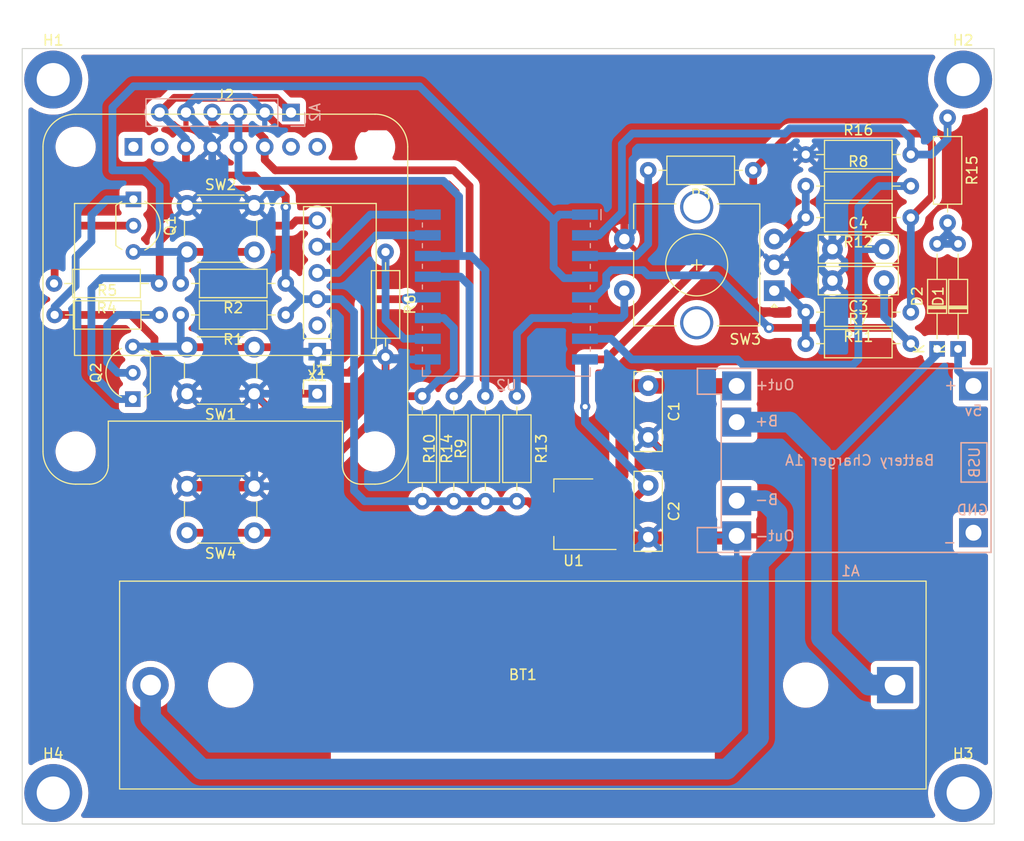
<source format=kicad_pcb>
(kicad_pcb (version 20211014) (generator pcbnew)
  (layers (0 "F.Cu" signal) (31 "B.Cu" signal) (34 "B.Paste" user) (35 "F.Paste" user) (36 "B.SilkS" user "B.Silkscreen") (37 "F.SilkS" user "F.Silkscreen") (38 "B.Mask" user) (39 "F.Mask" user) (44 "Edge.Cuts" user))
  (net 0 "")
  (net 1 "GND")
  (net 2 "Net-(A1-Pad5)")
  (net 3 "Net-(A1-Pad3)")
  (net 5 "Net-(A1-Pad1)")
  (net 6 "VCC")
  (net 7 "Net-(A2-Pad3)")
  (net 8 "Net-(A2-Pad4)")
  (net 9 "Net-(C3-Pad1)")
  (net 10 "Net-(C4-Pad2)")
  (net 11 "Net-(D1-Pad2)")
  (net 12 "Net-(J1-Pad1)")
  (net 13 "Net-(Q1-Pad2)")
  (net 14 "Net-(Q1-Pad3)")
  (net 15 "Net-(Q2-Pad2)")
  (net 16 "Net-(Q2-Pad3)")
  (net 17 "Net-(Q2-Pad1)")
  (net 18 "Net-(R3-Pad2)")
  (net 19 "Net-(R6-Pad1)")
  (net 20 "Net-(R11-Pad2)")
  (net 21 "Net-(R12-Pad2)")
  (net 22 "Net-(R13-Pad1)")
  (net 23 "Net-(R14-Pad1)")
  (net 24 "Net-(R15-Pad1)")
  (net 25 "Net-(U2-Pad16)")
  (net 26 "Net-(U2-Pad15)")
  (net 28 "Net-(A1-Pad6)")
  (footprint "Resistor_THT:R_Axial_DIN0207_L6.3mm_D2.5mm_P10.16mm_Horizontal" (layer "F.Cu") (at 185.42 95.504)
    (fp_text reference "R8" (at 5.08 -2.37) (layer "F.SilkS"))
    (fp_text value "22k")
    (pad "1" thru_hole circle locked (at 0 0) (size 1.6 1.6) (drill 0.8) (layers *.Cu *.Mask) (net 21 "Net-(R12-Pad2)"))
    (pad "2" thru_hole oval locked (at 10.16 0) (size 1.6 1.6) (drill 0.8) (layers *.Cu *.Mask) (net 10 "Net-(C4-Pad2)"))
  )
  (footprint "Package_TO_SOT_SMD:SOT-223-3_TabPin2" (layer "F.Cu") (at 162.966 127.24 180)
    (fp_text reference "U1" (at 0 -4.5) (layer "F.SilkS"))
    (fp_text value "AMS1117-3.3")
    (pad "1" smd rect locked (at -3.15 -2.3 180) (size 2 1.5) (layers "F.Cu" "F.Paste" "F.Mask") (net 1 "GND"))
    (pad "2" smd rect locked (at -3.15 0 180) (size 2 1.5) (layers "F.Cu" "F.Paste" "F.Mask") (net 6 "VCC"))
    (pad "2" smd rect locked (at 3.15 0 180) (size 2 3.8) (layers "F.Cu" "F.Paste" "F.Mask") (net 6 "VCC"))
    (pad "3" smd rect locked (at -3.15 2.3 180) (size 2 1.5) (layers "F.Cu" "F.Paste" "F.Mask") (net 3 "Net-(A1-Pad3)"))
  )
  (footprint "Capacitor_THT:C_Disc_D7.5mm_W2.5mm_P5.00mm" (layer "F.Cu") (at 170.18 114.808 -90)
    (fp_text reference "C1" (at 2.5 -2.5 90) (layer "F.SilkS"))
    (fp_text value "100n")
    (pad "1" thru_hole circle locked (at 0 0 270) (size 2 2) (drill 1) (layers *.Cu *.Mask) (net 3 "Net-(A1-Pad3)"))
    (pad "2" thru_hole circle locked (at 5 0 270) (size 2 2) (drill 1) (layers *.Cu *.Mask) (net 1 "GND"))
  )
  (footprint "Resistor_THT:R_Axial_DIN0207_L6.3mm_D2.5mm_P10.16mm_Horizontal" (layer "F.Cu") (at 157.48 115.824 -90)
    (fp_text reference "R13" (at 5.08 -2.37 90) (layer "F.SilkS"))
    (fp_text value "10k")
    (pad "1" thru_hole circle locked (at 0 0 270) (size 1.6 1.6) (drill 0.8) (layers *.Cu *.Mask) (net 22 "Net-(R13-Pad1)"))
    (pad "2" thru_hole oval locked (at 10.16 0 270) (size 1.6 1.6) (drill 0.8) (layers *.Cu *.Mask) (net 6 "VCC"))
  )
  (footprint "Resistor_THT:R_Axial_DIN0207_L6.3mm_D2.5mm_P10.16mm_Horizontal" (layer "F.Cu") (at 151.384 125.984 90)
    (fp_text reference "R10" (at 5.08 -2.37 90) (layer "F.SilkS"))
    (fp_text value "10k")
    (pad "1" thru_hole circle locked (at 0 0 90) (size 1.6 1.6) (drill 0.8) (layers *.Cu *.Mask) (net 6 "VCC"))
    (pad "2" thru_hole oval locked (at 10.16 0 90) (size 1.6 1.6) (drill 0.8) (layers *.Cu *.Mask) (net 8 "Net-(A2-Pad4)"))
  )
  (footprint "Package_TO_SOT_THT:TO-92L_Inline_Wide" (layer "F.Cu") (at 120.396 96.7915 -90)
    (fp_text reference "Q1" (at 2.54 -3.56 90) (layer "F.SilkS"))
    (fp_text value "2N2222")
    (pad "1" thru_hole rect locked (at 0 0 270) (size 1.5 1.5) (drill 0.8) (layers *.Cu *.Mask) (net 12 "Net-(J1-Pad1)"))
    (pad "2" thru_hole circle locked (at 2.54 0 270) (size 1.5 1.5) (drill 0.8) (layers *.Cu *.Mask) (net 13 "Net-(Q1-Pad2)"))
    (pad "3" thru_hole circle locked (at 5.08 0 270) (size 1.5 1.5) (drill 0.8) (layers *.Cu *.Mask) (net 14 "Net-(Q1-Pad3)"))
  )
  (footprint "Diode_THT:D_DO-34_SOD68_P10.16mm_Horizontal" (layer "F.Cu") (at 198.12 111.252 90)
    (fp_text reference "D2" (at 5.08 -1.92 90) (layer "F.SilkS"))
    (fp_text value "DIODE")
    (fp_text user "K" (at 0 -1.75 90) (layer "F.SilkS"))
    (pad "1" thru_hole rect locked (at 0 0 90) (size 1.5 1.5) (drill 0.75) (layers *.Cu *.Mask) (net 2 "Net-(A1-Pad5)"))
    (pad "2" thru_hole oval locked (at 10.16 0 90) (size 1.5 1.5) (drill 0.75) (layers *.Cu *.Mask) (net 11 "Net-(D1-Pad2)"))
  )
  (footprint "MountingHole:MountingHole_3.2mm_M3_DIN965_Pad_TopBottom" (layer "F.Cu") (at 200.64 85.204)
    (fp_text reference "H2" (at 0 -3.8) (layer "F.SilkS"))
    (fp_text value "MountingHole")
    (pad "1" thru_hole circle locked (at 0 0) (size 3.6 3.6) (drill 3.2) (layers *.Cu *.Mask))
    (pad "1" connect circle locked (at 0 0) (size 5.6 5.6) (layers "F.Cu" "F.Mask"))
    (pad "1" connect circle locked (at 0 0) (size 5.6 5.6) (layers "B.Cu" "B.Mask"))
  )
  (footprint "Rotary_Encoder:RotaryEncoder_Alps_EC11E-Switch_Vertical_H20mm_CircularMountingHoles" (layer "F.Cu") (at 182.372 105.624 180)
    (fp_text reference "SW3" (at 2.8 -4.7) (layer "F.SilkS"))
    (fp_text value "RotaryEncoder_Switch")
    (pad "A" thru_hole rect locked (at 0 0 180) (size 2 2) (drill 1) (layers *.Cu *.Mask) (net 20 "Net-(R11-Pad2)"))
    (pad "B" thru_hole circle locked (at 0 5 180) (size 2 2) (drill 1) (layers *.Cu *.Mask) (net 21 "Net-(R12-Pad2)"))
    (pad "C" thru_hole circle locked (at 0 2.5 180) (size 2 2) (drill 1) (layers *.Cu *.Mask) (net 1 "GND"))
    (pad "MP" thru_hole circle locked (at 7.5 8.1 180) (size 3.2 3.2) (drill 2.6) (layers *.Cu *.Mask))
    (pad "MP" thru_hole circle locked (at 7.5 -3.1 180) (size 3.2 3.2) (drill 2.6) (layers *.Cu *.Mask))
    (pad "S1" thru_hole circle locked (at 14.5 5 180) (size 2 2) (drill 1) (layers *.Cu *.Mask) (net 1 "GND"))
    (pad "S2" thru_hole circle locked (at 14.5 0 180) (size 2 2) (drill 1) (layers *.Cu *.Mask) (net 22 "Net-(R13-Pad1)"))
  )
  (footprint "MountingHole:MountingHole_3.2mm_M3_DIN965_Pad_TopBottom" (layer "F.Cu") (at 112.64 85.204)
    (fp_text reference "H1" (at 0 -3.8) (layer "F.SilkS"))
    (fp_text value "MountingHole")
    (pad "1" connect circle locked (at 0 0) (size 5.6 5.6) (layers "B.Cu" "B.Mask"))
    (pad "1" connect circle locked (at 0 0) (size 5.6 5.6) (layers "F.Cu" "F.Mask"))
    (pad "1" thru_hole circle locked (at 0 0) (size 3.6 3.6) (drill 3.2) (layers *.Cu *.Mask))
  )
  (footprint "Diode_THT:D_DO-34_SOD68_P10.16mm_Horizontal" (layer "F.Cu") (at 200.152 111.252 90)
    (fp_text reference "D1" (at 5.08 -1.92 90) (layer "F.SilkS"))
    (fp_text value "DIODE")
    (fp_text user "K" (at 0 -1.75 90) (layer "F.SilkS"))
    (pad "1" thru_hole rect locked (at 0 0 90) (size 1.5 1.5) (drill 0.75) (layers *.Cu *.Mask) (net 5 "Net-(A1-Pad1)"))
    (pad "2" thru_hole oval locked (at 10.16 0 90) (size 1.5 1.5) (drill 0.75) (layers *.Cu *.Mask) (net 11 "Net-(D1-Pad2)"))
  )
  (footprint "Connector_PinHeader_2.54mm:PinHeader_1x06_P2.54mm_Vertical" (layer "F.Cu") (at 138.176 111.5235 180)
    (fp_text reference "X1" (at 0 -2.33) (layer "F.SilkS"))
    (fp_text value "PROG")
    (pad "1" thru_hole rect locked (at 0 0 180) (size 1.7 1.7) (drill 1) (layers *.Cu *.Mask) (net 1 "GND"))
    (pad "2" thru_hole oval locked (at 0 2.54 180) (size 1.7 1.7) (drill 1) (layers *.Cu *.Mask))
    (pad "3" thru_hole oval locked (at 0 5.08 180) (size 1.7 1.7) (drill 1) (layers *.Cu *.Mask) (net 6 "VCC"))
    (pad "4" thru_hole oval locked (at 0 7.62 180) (size 1.7 1.7) (drill 1) (layers *.Cu *.Mask) (net 26 "Net-(U2-Pad15)"))
    (pad "5" thru_hole oval locked (at 0 10.16 180) (size 1.7 1.7) (drill 1) (layers *.Cu *.Mask) (net 25 "Net-(U2-Pad16)"))
    (pad "6" thru_hole oval locked (at 0 12.7 180) (size 1.7 1.7) (drill 1) (layers *.Cu *.Mask) (net 17 "Net-(Q2-Pad1)"))
  )
  (footprint "Connector_PinHeader_2.54mm:PinHeader_1x01_P2.54mm_Vertical" (layer "F.Cu") (at 138.176 115.5875)
    (fp_text reference "J1" (at 0 -2.33) (layer "F.SilkS"))
    (fp_text value "Reset")
    (pad "1" thru_hole rect locked (at 0 0) (size 1.7 1.7) (drill 1) (layers *.Cu *.Mask) (net 12 "Net-(J1-Pad1)"))
  )
  (footprint "Capacitor_THT:C_Disc_D7.5mm_W2.5mm_P5.00mm" (layer "F.Cu") (at 188 101.6)
    (fp_text reference "C4" (at 2.5 -2.5) (layer "F.SilkS"))
    (fp_text value "100n")
    (pad "1" thru_hole circle locked (at 0 0) (size 2 2) (drill 1) (layers *.Cu *.Mask) (net 1 "GND"))
    (pad "2" thru_hole circle locked (at 5 0) (size 2 2) (drill 1) (layers *.Cu *.Mask) (net 10 "Net-(C4-Pad2)"))
  )
  (footprint "Resistor_THT:R_Axial_DIN0207_L6.3mm_D2.5mm_P10.16mm_Horizontal" (layer "F.Cu") (at 135.128 104.9195 180)
    (fp_text reference "R2" (at 5.08 -2.37) (layer "F.SilkS"))
    (fp_text value "10k")
    (pad "1" thru_hole circle locked (at 0 0 180) (size 1.6 1.6) (drill 0.8) (layers *.Cu *.Mask) (net 6 "VCC"))
    (pad "2" thru_hole oval locked (at 10.16 0 180) (size 1.6 1.6) (drill 0.8) (layers *.Cu *.Mask) (net 14 "Net-(Q1-Pad3)"))
  )
  (footprint "Resistor_THT:R_Axial_DIN0207_L6.3mm_D2.5mm_P10.16mm_Horizontal" (layer "F.Cu") (at 185.42 92.456)
    (fp_text reference "R16" (at 5.08 -2.37) (layer "F.SilkS"))
    (fp_text value "20k")
    (pad "1" thru_hole circle locked (at 0 0) (size 1.6 1.6) (drill 0.8) (layers *.Cu *.Mask) (net 1 "GND"))
    (pad "2" thru_hole oval locked (at 10.16 0) (size 1.6 1.6) (drill 0.8) (layers *.Cu *.Mask) (net 24 "Net-(R15-Pad1)"))
  )
  (footprint "Resistor_THT:R_Axial_DIN0207_L6.3mm_D2.5mm_P10.16mm_Horizontal" (layer "F.Cu") (at 195.58 98.552 180)
    (fp_text reference "R12" (at 5.08 -2.37) (layer "F.SilkS"))
    (fp_text value "5.6k")
    (pad "1" thru_hole circle locked (at 0 0 180) (size 1.6 1.6) (drill 0.8) (layers *.Cu *.Mask) (net 6 "VCC"))
    (pad "2" thru_hole oval locked (at 10.16 0 180) (size 1.6 1.6) (drill 0.8) (layers *.Cu *.Mask) (net 21 "Net-(R12-Pad2)"))
  )
  (footprint "Resistor_THT:R_Axial_DIN0207_L6.3mm_D2.5mm_P10.16mm_Horizontal" (layer "F.Cu") (at 199.136 88.9 -90)
    (fp_text reference "R15" (at 5.08 -2.37 90) (layer "F.SilkS"))
    (fp_text value "10k")
    (pad "1" thru_hole circle locked (at 0 0 270) (size 1.6 1.6) (drill 0.8) (layers *.Cu *.Mask) (net 24 "Net-(R15-Pad1)"))
    (pad "2" thru_hole oval locked (at 10.16 0 270) (size 1.6 1.6) (drill 0.8) (layers *.Cu *.Mask) (net 11 "Net-(D1-Pad2)"))
  )
  (footprint "Resistor_THT:R_Axial_DIN0207_L6.3mm_D2.5mm_P10.16mm_Horizontal" (layer "F.Cu") (at 148.336 115.824 -90)
    (fp_text reference "R14" (at 5.08 -2.37 90) (layer "F.SilkS"))
    (fp_text value "10k")
    (pad "1" thru_hole circle locked (at 0 0 270) (size 1.6 1.6) (drill 0.8) (layers *.Cu *.Mask) (net 23 "Net-(R14-Pad1)"))
    (pad "2" thru_hole oval locked (at 10.16 0 270) (size 1.6 1.6) (drill 0.8) (layers *.Cu *.Mask) (net 6 "VCC"))
  )
  (footprint "Resistor_THT:R_Axial_DIN0207_L6.3mm_D2.5mm_P10.16mm_Horizontal" (layer "F.Cu") (at 144.78 101.8715 -90)
    (fp_text reference "R6" (at 5.08 -2.37 90) (layer "F.SilkS"))
    (fp_text value "10k")
    (pad "1" thru_hole circle locked (at 0 0 270) (size 1.6 1.6) (drill 0.8) (layers *.Cu *.Mask) (net 19 "Net-(R6-Pad1)"))
    (pad "2" thru_hole oval locked (at 10.16 0 270) (size 1.6 1.6) (drill 0.8) (layers *.Cu *.Mask) (net 1 "GND"))
  )
  (footprint "Resistor_THT:R_Axial_DIN0207_L6.3mm_D2.5mm_P10.16mm_Horizontal" (layer "F.Cu") (at 122.877046 104.925781 180)
    (fp_text reference "R4" (at 5.08 -2.37) (layer "F.SilkS"))
    (fp_text value "10k")
    (pad "1" thru_hole circle locked (at 0 0 180) (size 1.6 1.6) (drill 0.8) (layers *.Cu *.Mask) (net 17 "Net-(Q2-Pad1)"))
    (pad "2" thru_hole oval locked (at 10.16 0 180) (size 1.6 1.6) (drill 0.8) (layers *.Cu *.Mask) (net 13 "Net-(Q1-Pad2)"))
  )
  (footprint "Resistor_THT:R_Axial_DIN0207_L6.3mm_D2.5mm_P10.16mm_Horizontal" (layer "F.Cu") (at 185.42 110.744)
    (fp_text reference "R7" (at 5.08 -2.37) (layer "F.SilkS"))
    (fp_text value "22k")
    (pad "1" thru_hole circle locked (at 0 0) (size 1.6 1.6) (drill 0.8) (layers *.Cu *.Mask) (net 20 "Net-(R11-Pad2)"))
    (pad "2" thru_hole oval locked (at 10.16 0) (size 1.6 1.6) (drill 0.8) (layers *.Cu *.Mask) (net 9 "Net-(C3-Pad1)"))
  )
  (footprint "Resistor_THT:R_Axial_DIN0207_L6.3mm_D2.5mm_P10.16mm_Horizontal" (layer "F.Cu") (at 112.776 107.9675)
    (fp_text reference "R5" (at 5.08 -2.37) (layer "F.SilkS"))
    (fp_text value "10k")
    (pad "1" thru_hole circle locked (at 0 0) (size 1.6 1.6) (drill 0.8) (layers *.Cu *.Mask) (net 12 "Net-(J1-Pad1)"))
    (pad "2" thru_hole oval locked (at 10.16 0) (size 1.6 1.6) (drill 0.8) (layers *.Cu *.Mask) (net 15 "Net-(Q2-Pad2)"))
  )
  (footprint "MountingHole:MountingHole_3.2mm_M3_DIN965_Pad_TopBottom" (layer "F.Cu") (at 200.64 154.204)
    (fp_text reference "H3" (at 0 -3.8) (layer "F.SilkS"))
    (fp_text value "MountingHole")
    (pad "1" connect circle locked (at 0 0) (size 5.6 5.6) (layers "B.Cu" "B.Mask"))
    (pad "1" connect circle locked (at 0 0) (size 5.6 5.6) (layers "F.Cu" "F.Mask"))
    (pad "1" thru_hole circle locked (at 0 0) (size 3.6 3.6) (drill 3.2) (layers *.Cu *.Mask))
  )
  (footprint "Button_Switch_THT:SW_PUSH_6mm" (layer "F.Cu") (at 132.08 115.5875 180)
    (fp_text reference "SW1" (at 3.25 -2) (layer "F.SilkS"))
    (fp_text value "Flash")
    (pad "1" thru_hole circle locked (at 6.5 0 270) (size 2 2) (drill 1.1) (layers *.Cu *.Mask) (net 1 "GND"))
    (pad "1" thru_hole circle locked (at 0 0 270) (size 2 2) (drill 1.1) (layers *.Cu *.Mask) (net 1 "GND"))
    (pad "2" thru_hole circle locked (at 6.5 4.5 270) (size 2 2) (drill 1.1) (layers *.Cu *.Mask) (net 16 "Net-(Q2-Pad3)"))
    (pad "2" thru_hole circle locked (at 0 4.5 270) (size 2 2) (drill 1.1) (layers *.Cu *.Mask) (net 16 "Net-(Q2-Pad3)"))
  )
  (footprint "Display:Adafruit_SSD1306" (layer "F.Cu") (at 120.396 91.7085)
    (fp_text reference "J2" (at 8.89 -5) (layer "F.SilkS"))
    (fp_text value "OLED")
    (pad "" np_thru_hole circle locked (at 23.368 29.464) (size 2.7 2.7) (drill 2.7) (layers *.Cu *.Mask))
    (pad "" np_thru_hole circle locked (at 23.368 0) (size 2.7 2.7) (drill 2.7) (layers *.Cu *.Mask))
    (pad "" np_thru_hole circle locked (at -5.588 0) (size 2.7 2.7) (drill 2.7) (layers *.Cu *.Mask))
    (pad "" np_thru_hole circle locked (at -5.588 29.464) (size 2.7 2.7) (drill 2.7) (layers *.Cu *.Mask))
    (pad "1" thru_hole rect locked (at 0 0) (size 1.7 1.7) (drill 1) (layers *.Cu *.Mask))
    (pad "2" thru_hole circle locked (at 2.54 0) (size 1.7 1.7) (drill 1) (layers *.Cu *.Mask))
    (pad "3" thru_hole circle locked (at 5.08 0) (size 1.7 1.7) (drill 1) (layers *.Cu *.Mask) (net 6 "VCC"))
    (pad "4" thru_hole circle locked (at 7.62 0) (size 1.7 1.7) (drill 1) (layers *.Cu *.Mask) (net 1 "GND"))
    (pad "5" thru_hole circle locked (at 10.16 0) (size 1.7 1.7) (drill 1) (layers *.Cu *.Mask) (net 7 "Net-(A2-Pad3)"))
    (pad "6" thru_hole circle locked (at 12.7 0) (size 1.7 1.7) (drill 1) (layers *.Cu *.Mask) (net 8 "Net-(A2-Pad4)"))
    (pad "7" thru_hole circle locked (at 15.24 0) (size 1.7 1.7) (drill 1) (layers *.Cu *.Mask))
    (pad "8" thru_hole circle locked (at 17.78 0) (size 1.7 1.7) (drill 1) (layers *.Cu *.Mask))
  )
  (footprint "Resistor_THT:R_Axial_DIN0207_L6.3mm_D2.5mm_P10.16mm_Horizontal" (layer "F.Cu") (at 195.58 107.696 180)
    (fp_text reference "R11" (at 5.08 -2.37) (layer "F.SilkS"))
    (fp_text value "5.6k")
    (pad "1" thru_hole circle locked (at 0 0 180) (size 1.6 1.6) (drill 0.8) (layers *.Cu *.Mask) (net 6 "VCC"))
    (pad "2" thru_hole oval locked (at 10.16 0 180) (size 1.6 1.6) (drill 0.8) (layers *.Cu *.Mask) (net 20 "Net-(R11-Pad2)"))
  )
  (footprint "MountingHole:MountingHole_3.2mm_M3_DIN965_Pad_TopBottom" (layer "F.Cu") (at 112.64 154.204)
    (fp_text reference "H4" (at 0 -3.8) (layer "F.SilkS"))
    (fp_text value "MountingHole")
    (pad "1" connect circle locked (at 0 0) (size 5.6 5.6) (layers "F.Cu" "F.Mask"))
    (pad "1" thru_hole circle locked (at 0 0) (size 3.6 3.6) (drill 3.2) (layers *.Cu *.Mask))
    (pad "1" connect circle locked (at 0 0) (size 5.6 5.6) (layers "B.Cu" "B.Mask"))
  )
  (footprint "Capacitor_THT:C_Disc_D7.5mm_W2.5mm_P5.00mm" (layer "F.Cu") (at 170.18 124.46 -90)
    (fp_text reference "C2" (at 2.5 -2.5 90) (layer "F.SilkS"))
    (fp_text value "100n")
    (pad "1" thru_hole circle locked (at 0 0 270) (size 2 2) (drill 1) (layers *.Cu *.Mask) (net 6 "VCC"))
    (pad "2" thru_hole circle locked (at 5 0 270) (size 2 2) (drill 1) (layers *.Cu *.Mask) (net 1 "GND"))
  )
  (footprint "Button_Switch_THT:SW_PUSH_6mm" (layer "F.Cu") (at 132.08 129.032 180)
    (fp_text reference "SW4" (at 3.25 -2) (layer "F.SilkS"))
    (fp_text value "Custom")
    (pad "1" thru_hole circle locked (at 6.5 0 270) (size 2 2) (drill 1.1) (layers *.Cu *.Mask) (net 23 "Net-(R14-Pad1)"))
    (pad "1" thru_hole circle locked (at 0 0 270) (size 2 2) (drill 1.1) (layers *.Cu *.Mask) (net 23 "Net-(R14-Pad1)"))
    (pad "2" thru_hole circle locked (at 0 4.5 270) (size 2 2) (drill 1.1) (layers *.Cu *.Mask) (net 1 "GND"))
    (pad "2" thru_hole circle locked (at 6.5 4.5 270) (size 2 2) (drill 1.1) (layers *.Cu *.Mask) (net 1 "GND"))
  )
  (footprint "Capacitor_THT:C_Disc_D7.5mm_W2.5mm_P5.00mm" (layer "F.Cu") (at 193 104.648 180)
    (fp_text reference "C3" (at 2.5 -2.5) (layer "F.SilkS"))
    (fp_text value "100n")
    (pad "1" thru_hole circle locked (at 0 0 180) (size 2 2) (drill 1) (layers *.Cu *.Mask) (net 9 "Net-(C3-Pad1)"))
    (pad "2" thru_hole circle locked (at 5 0 180) (size 2 2) (drill 1) (layers *.Cu *.Mask) (net 1 "GND"))
  )
  (footprint "Button_Switch_THT:SW_PUSH_6mm" (layer "F.Cu") (at 125.582333 97.3715)
    (fp_text reference "SW2" (at 3.25 -2) (layer "F.SilkS"))
    (fp_text value "Reset")
    (pad "1" thru_hole circle locked (at 6.5 0 90) (size 2 2) (drill 1.1) (layers *.Cu *.Mask) (net 1 "GND"))
    (pad "1" thru_hole circle locked (at 0 0 90) (size 2 2) (drill 1.1) (layers *.Cu *.Mask) (net 1 "GND"))
    (pad "2" thru_hole circle locked (at 6.5 4.5 90) (size 2 2) (drill 1.1) (layers *.Cu *.Mask) (net 14 "Net-(Q1-Pad3)"))
    (pad "2" thru_hole circle locked (at 0 4.5 90) (size 2 2) (drill 1.1) (layers *.Cu *.Mask) (net 14 "Net-(Q1-Pad3)"))
  )
  (footprint "Resistor_THT:R_Axial_DIN0207_L6.3mm_D2.5mm_P10.16mm_Horizontal" (layer "F.Cu") (at 154.432 125.984 90)
    (fp_text reference "R9" (at 5.08 -2.37 90) (layer "F.SilkS"))
    (fp_text value "10k")
    (pad "1" thru_hole circle locked (at 0 0 90) (size 1.6 1.6) (drill 0.8) (layers *.Cu *.Mask) (net 6 "VCC"))
    (pad "2" thru_hole oval locked (at 10.16 0 90) (size 1.6 1.6) (drill 0.8) (layers *.Cu *.Mask) (net 7 "Net-(A2-Pad3)"))
  )
  (footprint "Battery:BatteryHolder_MPD_BH-18650-PC2" (layer "F.Cu") (at 194.056 143.764 180)
    (fp_text reference "BT1" (at 36 1) (layer "F.SilkS"))
    (fp_text value "Battery")
    (pad "" np_thru_hole circle locked (at 64.255 0 180) (size 3.2 3.2) (drill 3.2) (layers *.Cu *.Mask))
    (pad "" np_thru_hole circle locked (at 8.645 0 180) (size 3.2 3.2) (drill 3.2) (layers *.Cu *.Mask))
    (pad "1" thru_hole rect locked (at 0 0 180) (size 3.5 3.5) (drill 2) (layers *.Cu *.Mask) (net 2 "Net-(A1-Pad5)"))
    (pad "2" thru_hole circle locked (at 72 0 180) (size 3.5 3.5) (drill 2) (layers *.Cu *.Mask) (net 28 "Net-(A1-Pad6)"))
  )
  (footprint "Resistor_THT:R_Axial_DIN0207_L6.3mm_D2.5mm_P10.16mm_Horizontal" (layer "F.Cu") (at 180.34 93.98 180)
    (fp_text reference "R3" (at 5.08 -2.37) (layer "F.SilkS"))
    (fp_text value "10k")
    (pad "1" thru_hole circle locked (at 0 0 180) (size 1.6 1.6) (drill 0.8) (layers *.Cu *.Mask) (net 6 "VCC"))
    (pad "2" thru_hole oval locked (at 10.16 0 180) (size 1.6 1.6) (drill 0.8) (layers *.Cu *.Mask) (net 18 "Net-(R3-Pad2)"))
  )
  (footprint "Package_TO_SOT_THT:TO-92L_Inline_Wide" (layer "F.Cu") (at 120.338 116.1055 90)
    (fp_text reference "Q2" (at 2.54 -3.56 90) (layer "F.SilkS"))
    (fp_text value "2N2222")
    (pad "1" thru_hole rect locked (at 0 0 90) (size 1.5 1.5) (drill 0.8) (layers *.Cu *.Mask) (net 17 "Net-(Q2-Pad1)"))
    (pad "2" thru_hole circle locked (at 2.54 0 90) (size 1.5 1.5) (drill 0.8) (layers *.Cu *.Mask) (net 15 "Net-(Q2-Pad2)"))
    (pad "3" thru_hole circle locked (at 5.08 0 90) (size 1.5 1.5) (drill 0.8) (layers *.Cu *.Mask) (net 16 "Net-(Q2-Pad3)"))
  )
  (footprint "Resistor_THT:R_Axial_DIN0207_L6.3mm_D2.5mm_P10.16mm_Horizontal" (layer "F.Cu") (at 135.128 107.9675 180)
    (fp_text reference "R1" (at 5.08 -2.37) (layer "F.SilkS"))
    (fp_text value "10k")
    (pad "1" thru_hole circle locked (at 0 0 180) (size 1.6 1.6) (drill 0.8) (layers *.Cu *.Mask) (net 6 "VCC"))
    (pad "2" thru_hole oval locked (at 10.16 0 180) (size 1.6 1.6) (drill 0.8) (layers *.Cu *.Mask) (net 16 "Net-(Q2-Pad3)"))
  )
  (footprint "Connector_PinHeader_2.54mm:PinHeader_1x06_P2.54mm_Vertical" (layer "B.Cu") (at 135.636 88.392 90)
    (fp_text reference "A2" (at 0 2.33 90) (layer "B.SilkS") (effects (justify mirror)))
    (fp_text value "BMP(E)_180(280)")
    (pad "1" thru_hole rect locked (at 0 0 90) (size 1.7 1.7) (drill 1) (layers *.Cu *.Mask) (net 6 "VCC"))
    (pad "2" thru_hole oval locked (at 0 -2.54 90) (size 1.7 1.7) (drill 1) (layers *.Cu *.Mask) (net 1 "GND"))
    (pad "3" thru_hole oval locked (at 0 -5.08 90) (size 1.7 1.7) (drill 1) (layers *.Cu *.Mask) (net 7 "Net-(A2-Pad3)"))
    (pad "4" thru_hole oval locked (at 0 -7.62 90) (size 1.7 1.7) (drill 1) (layers *.Cu *.Mask) (net 8 "Net-(A2-Pad4)"))
    (pad "5" thru_hole oval locked (at 0 -10.16 90) (size 1.7 1.7) (drill 1) (layers *.Cu *.Mask) (net 1 "GND"))
    (pad "6" thru_hole oval locked (at 0 -12.7 90) (size 1.7 1.7) (drill 1) (layers *.Cu *.Mask) (net 6 "VCC"))
  )
  (footprint "RF_Module:ESP-07" (layer "B.Cu") (at 156.464 103.168 180)
    (fp_text reference "U2" (at 0 -11.6) (layer "B.SilkS") (effects (justify mirror)))
    (fp_text value "ESP-12S")
    (pad "1" smd rect locked (at -7.6 4.9 180) (size 2.5 1) (layers "B.Cu" "B.Paste" "B.Mask") (net 14 "Net-(Q1-Pad3)"))
    (pad "2" smd rect locked (at -7.6 2.9 180) (size 2.5 1) (layers "B.Cu" "B.Paste" "B.Mask") (net 24 "Net-(R15-Pad1)"))
    (pad "3" smd rect locked (at -7.6 0.9 180) (size 2.5 1) (layers "B.Cu" "B.Paste" "B.Mask") (net 18 "Net-(R3-Pad2)"))
    (pad "4" smd rect locked (at -7.6 -1.1 180) (size 2.5 1) (layers "B.Cu" "B.Paste" "B.Mask") (net 14 "Net-(Q1-Pad3)"))
    (pad "5" smd rect locked (at -7.6 -3.1 180) (size 2.5 1) (layers "B.Cu" "B.Paste" "B.Mask") (net 9 "Net-(C3-Pad1)"))
    (pad "6" smd rect locked (at -7.6 -5.1 180) (size 2.5 1) (layers "B.Cu" "B.Paste" "B.Mask") (net 22 "Net-(R13-Pad1)"))
    (pad "7" smd rect locked (at -7.6 -7.1 180) (size 2.5 1) (layers "B.Cu" "B.Paste" "B.Mask") (net 10 "Net-(C4-Pad2)"))
    (pad "8" smd rect locked (at -7.6 -9.1 180) (size 2.5 1) (layers "B.Cu" "B.Paste" "B.Mask") (net 6 "VCC"))
    (pad "9" smd rect locked (at 7.6 -9.1 180) (size 2.5 1) (layers "B.Cu" "B.Paste" "B.Mask") (net 1 "GND"))
    (pad "10" smd rect locked (at 7.6 -7.1 180) (size 2.5 1) (layers "B.Cu" "B.Paste" "B.Mask") (net 19 "Net-(R6-Pad1)"))
    (pad "11" smd rect locked (at 7.6 -5.1 180) (size 2.5 1) (layers "B.Cu" "B.Paste" "B.Mask") (net 23 "Net-(R14-Pad1)"))
    (pad "12" smd rect locked (at 7.6 -3.1 180) (size 2.5 1) (layers "B.Cu" "B.Paste" "B.Mask") (net 16 "Net-(Q2-Pad3)"))
    (pad "13" smd rect locked (at 7.6 -1.1 180) (size 2.5 1) (layers "B.Cu" "B.Paste" "B.Mask") (net 8 "Net-(A2-Pad4)"))
    (pad "14" smd rect locked (at 7.6 0.9 180) (size 2.5 1) (layers "B.Cu" "B.Paste" "B.Mask") (net 7 "Net-(A2-Pad3)"))
    (pad "15" smd rect locked (at 7.6 2.9 180) (size 2.5 1) (layers "B.Cu" "B.Paste" "B.Mask") (net 26 "Net-(U2-Pad15)"))
    (pad "16" smd rect locked (at 7.6 4.9 180) (size 2.5 1) (layers "B.Cu" "B.Paste" "B.Mask") (net 25 "Net-(U2-Pad16)"))
  )
  (footprint "Thermostat:TP4056-18650" (layer "B.Cu") (at 203.34 113.132 180)
    (fp_text reference "A1" (at 13.6 -19.6) (layer "B.SilkS") (effects (justify mirror)))
    (fp_text value "TP4056_Module")
    (fp_text user "Out+" (at 20.9 -1.6) (layer "B.SilkS") (effects (justify mirror)))
    (fp_text user "-" (at 4 -16.8) (layer "B.SilkS") (effects (justify mirror)))
    (fp_text user "B+" (at 21.7 -5.1) (layer "B.SilkS") (effects (justify mirror)))
    (fp_text user "B-" (at 21.7 -12.7) (layer "B.SilkS") (effects (justify mirror)))
    (fp_text user "Out-" (at 20.9 -16.2) (layer "B.SilkS") (effects (justify mirror)))
    (fp_text user "Battery Charger 1A" (at 12.7 -8.9) (layer "B.SilkS") (effects (justify mirror)))
    (fp_text user "USB" (at 1.6 -9.1 90) (layer "B.SilkS") (effects (justify mirror)))
    (fp_text user "+" (at 3.9 -1.6) (layer "B.SilkS") (effects (justify mirror)))
    (fp_text user "5v" (at 1.7 -4.1) (layer "B.SilkS") (effects (justify mirror)))
    (fp_text user "GND" (at 1.8 -13.7) (layer "B.SilkS") (effects (justify mirror)))
    (pad "1" thru_hole rect locked (at 1.7 -1.7 180) (size 2.8 2.8) (drill 1.54) (layers *.Cu *.Mask) (net 5 "Net-(A1-Pad1)"))
    (pad "2" thru_hole rect locked (at 1.7 -15.9 180) (size 2.8 2.8) (drill 1.54) (layers *.Cu *.Mask))
    (pad "3" thru_hole rect locked (at 24.6 -1.7 180) (size 2.8 2.8) (drill 1.54) (layers *.Cu *.Mask) (net 3 "Net-(A1-Pad3)"))
    (pad "4" thru_hole rect locked (at 24.6 -16.2 180) (size 2.8 2.8) (drill 1.54) (layers *.Cu *.Mask) (net 1 "GND"))
    (pad "5" thru_hole rect locked (at 24.6 -5.2 180) (size 2.8 2.8) (drill 1.54) (layers *.Cu *.Mask) (net 2 "Net-(A1-Pad5)"))
    (pad "6" thru_hole rect locked (at 24.6 -12.8 180) (size 2.8 2.8) (drill 1.54) (layers *.Cu *.Mask) (net 28 "Net-(A1-Pad6)"))
  )
  (gr_rect (start 203.64 157.204) (end 109.64 82.204) (layer "Edge.Cuts") (width 0.1) (fill none))
  (gr_text "Thermostat - ESP8266\nMajklova bastlírna\n6.9.2022" (at 158.056 143.764) (layer "F.Cu") (effects (font (size 3 2) (thickness 0.3))))
  (segment (start 125.58 124.532) (end 132.08 124.532) (width 1) (layer "F.Cu") (net 1))
  (segment (start 142.946126 89.733979) (end 142.764105 89.916) (width 0.75) (layer "F.Cu") (net 1))
  (segment (start 144.78 114.808) (end 141.732 117.856) (width 0.75) (layer "F.Cu") (net 1))
  (segment (start 134.62 89.916) (end 133.096 88.392) (width 0.75) (layer "F.Cu") (net 1))
  (segment (start 144.78 112.0315) (end 144.78 114.808) (width 0.75) (layer "F.Cu") (net 1))
  (segment (start 165.614242 89.733979) (end 142.946126 89.733979) (width 0.75) (layer "F.Cu") (net 1))
  (segment (start 134.3485 117.856) (end 132.08 115.5875) (width 0.75) (layer "F.Cu") (net 1))
  (segment (start 178.532 129.54) (end 178.74 129.332) (width 0.75) (layer "F.Cu") (net 1))
  (segment (start 170.18 119.808) (end 172.72 122.348) (width 0.75) (layer "F.Cu") (net 1))
  (segment (start 172.72 122.348) (end 172.72 129.54) (width 0.75) (layer "F.Cu") (net 1))
  (segment (start 166.116 129.54) (end 172.72 129.54) (width 1.25) (layer "F.Cu") (net 1))
  (segment (start 141.732 117.856) (end 134.3485 117.856) (width 0.75) (layer "F.Cu") (net 1))
  (segment (start 172.72 129.54) (end 178.532 129.54) (width 1.25) (layer "F.Cu") (net 1))
  (segment (start 167.872 100.624) (end 167.872 92.002877) (width 0.75) (layer "F.Cu") (net 1))
  (segment (start 142.764105 89.916) (end 134.62 89.916) (width 0.75) (layer "F.Cu") (net 1))
  (segment (start 167.872 92.002877) (end 167.87757 91.997307) (width 0.75) (layer "F.Cu") (net 1))
  (segment (start 167.87757 91.997307) (end 165.614242 89.733979) (width 0.75) (layer "F.Cu") (net 1))
  (segment (start 136.144 111.5235) (end 135.128 112.5395) (width 0.75) (layer "B.Cu") (net 1))
  (segment (start 138.176 111.5235) (end 136.144 111.5235) (width 0.75) (layer "B.Cu") (net 1))
  (segment (start 128.016 91.7085) (end 128.016 90.932) (width 0.75) (layer "B.Cu") (net 1))
  (segment (start 125.476 87.884) (end 125.476 88.392) (width 0.75) (layer "B.Cu") (net 1))
  (segment (start 128.016 90.932) (end 125.476 88.392) (width 0.75) (layer "B.Cu") (net 1))
  (segment (start 188 101.6) (end 186.476 103.124) (width 0.75) (layer "B.Cu") (net 1))
  (segment (start 132.08 124.532) (end 136.216 124.532) (width 0.75) (layer "B.Cu") (net 1))
  (segment (start 185.42 92.456) (end 169.164 92.456) (width 0.75) (layer "B.Cu") (net 1))
  (segment (start 169.164 92.456) (end 168.656 92.964) (width 0.75) (layer "B.Cu") (net 1))
  (segment (start 135.128 114.5715) (end 134.112 115.5875) (width 0.75) (layer "B.Cu") (net 1))
  (segment (start 125.582333 97.3715) (end 127.58 97.3715) (width 0.75) (layer "B.Cu") (net 1))
  (segment (start 145.0165 112.268) (end 144.78 112.0315) (width 0.75) (layer "B.Cu") (net 1))
  (segment (start 132.082333 97.3715) (end 127.8515 97.3715) (width 0.75) (layer "B.Cu") (net 1))
  (segment (start 168.656 92.964) (end 168.656 99.84) (width 0.75) (layer "B.Cu") (net 1))
  (segment (start 168.656 99.84) (end 167.872 100.624) (width 0.75) (layer "B.Cu") (net 1))
  (segment (start 168.068 131.572) (end 170.18 129.46) (width 0.75) (layer "B.Cu") (net 1))
  (segment (start 187.96 94.408) (end 187.96 93.472) (width 0.75) (layer "B.Cu") (net 1))
  (segment (start 133.096 88.392) (end 131.572 86.868) (width 0.75) (layer "B.Cu") (net 1))
  (segment (start 125.58 115.5875) (end 134.112 115.5875) (width 0.75) (layer "B.Cu") (net 1))
  (segment (start 143.256 131.572) (end 168.068 131.572) (width 0.75) (layer "B.Cu") (net 1))
  (segment (start 135.128 112.5395) (end 135.128 114.5715) (width 0.75) (layer "B.Cu") (net 1))
  (segment (start 132.08 124.532) (end 132.08 115.5875) (width 0.75) (layer "B.Cu") (net 1))
  (segment (start 188 104.648) (end 186.476 103.124) (width 0.75) (layer "B.Cu") (net 1))
  (segment (start 187.96 93.472) (end 186.944 92.456) (width 0.75) (layer "B.Cu") (net 1))
  (segment (start 127.8515 97.3715) (end 127.58 97.3715) (width 0.75) (layer "B.Cu") (net 1))
  (segment (start 188 94.448) (end 188 101.6) (width 0.75) (layer "B.Cu") (net 1))
  (segment (start 185.42 92.456) (end 186.944 92.456) (width 0.75) (layer "B.Cu") (net 1))
  (segment (start 136.216 124.532) (end 143.256 131.572) (width 0.75) (layer "B.Cu") (net 1))
  (segment (start 148.864 112.268) (end 145.0165 112.268) (width 0.75) (layer "B.Cu") (net 1))
  (segment (start 128.016 91.7085) (end 128.016 97.207) (width 0.75) (layer "B.Cu") (net 1))
  (segment (start 128.016 97.8075) (end 128.016 115.0795) (width 0.75) (layer "B.Cu") (net 1))
  (segment (start 126.492 86.868) (end 125.476 87.884) (width 0.75) (layer "B.Cu") (net 1))
  (segment (start 128.016 97.207) (end 127.8515 97.3715) (width 0.75) (layer "B.Cu") (net 1))
  (segment (start 182.372 103.124) (end 186.476 103.124) (width 0.75) (layer "B.Cu") (net 1))
  (segment (start 127.58 97.3715) (end 128.016 97.8075) (width 0.75) (layer "B.Cu") (net 1))
  (segment (start 131.572 86.868) (end 126.492 86.868) (width 0.75) (layer "B.Cu") (net 1))
  (segment (start 188 94.448) (end 187.96 94.408) (width 0.75) (layer "B.Cu") (net 1))
  (segment (start 198.12 111.252) (end 198.12 111.76) (width 0.75) (layer "B.Cu") (net 2))
  (segment (start 188.468 121.412) (end 186.944 121.412) (width 0.75) (layer "B.Cu") (net 2))
  (segment (start 194.056 143.764) (end 191.516 143.764) (width 2) (layer "B.Cu") (net 2))
  (segment (start 183.864 118.332) (end 178.74 118.332) (width 2) (layer "B.Cu") (net 2))
  (segment (start 186.944 121.412) (end 183.864 118.332) (width 2) (layer "B.Cu") (net 2))
  (segment (start 186.944 139.192) (end 186.944 121.412) (width 2) (layer "B.Cu") (net 2))
  (segment (start 191.516 143.764) (end 186.944 139.192) (width 2) (layer "B.Cu") (net 2))
  (segment (start 198.12 111.76) (end 188.468 121.412) (width 0.75) (layer "B.Cu") (net 2))
  (segment (start 168.656 114.808) (end 167.64 115.824) (width 1.25) (layer "F.Cu") (net 3))
  (segment (start 167.64 115.824) (end 167.64 123.444) (width 1.25) (layer "F.Cu") (net 3))
  (segment (start 170.18 114.808) (end 168.656 114.808) (width 1.25) (layer "F.Cu") (net 3))
  (segment (start 178.74 114.832) (end 170.204 114.832) (width 1.5) (layer "F.Cu") (net 3))
  (segment (start 166.144 124.94) (end 166.116 124.94) (width 0.75) (layer "F.Cu") (net 3))
  (segment (start 167.64 123.444) (end 166.144 124.94) (width 1.25) (layer "F.Cu") (net 3))
  (segment (start 170.204 114.832) (end 170.18 114.808) (width 0.75) (layer "F.Cu") (net 3))
  (segment (start 201.64 114.832) (end 200.152 113.344) (width 0.75) (layer "B.Cu") (net 5))
  (segment (start 200.152 113.344) (end 200.152 111.252) (width 0.75) (layer "B.Cu") (net 5))
  (segment (start 158.56 125.984) (end 159.816 127.24) (width 0.75) (layer "F.Cu") (net 6))
  (segment (start 169.164 109.22) (end 166.116 112.268) (width 0.75) (layer "F.Cu") (net 6))
  (segment (start 164.084 115.824) (end 164.084 116.84) (width 0.75) (layer "F.Cu") (net 6))
  (segment (start 166.116 112.268) (end 164.084 112.268) (width 0.75) (layer "F.Cu") (net 6))
  (segment (start 133.096 95.504) (end 132.08 94.488) (width 0.75) (layer "F.Cu") (net 6))
  (segment (start 124.360511 86.967489) (end 122.936 88.392) (width 0.75) (layer "F.Cu") (net 6))
  (segment (start 134.112 95.504) (end 133.096 95.504) (width 0.75) (layer "F.Cu") (net 6))
  (segment (start 126.492 94.488) (end 125.476 93.472) (width 0.75) (layer "F.Cu") (net 6))
  (segment (start 197.612 91.44) (end 197.612 96.52) (width 0.75) (layer "F.Cu") (net 6))
  (segment (start 167.4 127.24) (end 166.116 127.24) (width 0.75) (layer "F.Cu") (net 6))
  (segment (start 196.596 90.424) (end 197.612 91.44) (width 0.75) (layer "F.Cu") (net 6))
  (segment (start 157.48 125.984) (end 158.56 125.984) (width 0.75) (layer "F.Cu") (net 6))
  (segment (start 180.34 98.044) (end 169.164 109.22) (width 0.75) (layer "F.Cu") (net 6))
  (segment (start 164.084 112.268) (end 164.084 115.824) (width 0.75) (layer "F.Cu") (net 6))
  (segment (start 159.816 127.24) (end 166.116 127.24) (width 0.25) (layer "F.Cu") (net 6))
  (segment (start 132.08 94.488) (end 126.492 94.488) (width 0.75) (layer "F.Cu") (net 6))
  (segment (start 197.612 96.52) (end 195.58 98.552) (width 0.75) (layer "F.Cu") (net 6))
  (segment (start 135.128 96.52) (end 134.112 95.504) (width 0.75) (layer "F.Cu") (net 6))
  (segment (start 135.128 97.536) (end 135.128 96.52) (width 0.75) (layer "F.Cu") (net 6))
  (segment (start 180.34 93.98) (end 180.34 98.044) (width 0.75) (layer "F.Cu") (net 6))
  (segment (start 183.896 90.424) (end 196.596 90.424) (width 0.75) (layer "F.Cu") (net 6))
  (segment (start 135.636 88.392) (end 134.211489 86.967489) (width 0.75) (layer "F.Cu") (net 6))
  (segment (start 180.34 93.98) (end 183.896 90.424) (width 0.75) (layer "F.Cu") (net 6))
  (segment (start 125.476 93.472) (end 125.476 91.7085) (width 0.75) (layer "F.Cu") (net 6))
  (segment (start 170.18 124.46) (end 167.4 127.24) (width 0.75) (layer "F.Cu") (net 6))
  (segment (start 134.211489 86.967489) (end 124.360511 86.967489) (width 0.75) (layer "F.Cu") (net 6))
  (via (at 164.084 116.84) (size 1) (drill 0.5) (layers "F.Cu" "B.Cu") (net 6))
  (via (at 135.128 97.536) (size 1) (drill 0.5) (layers "F.Cu" "B.Cu") (net 6))
  (segment (start 135.128 104.9195) (end 135.128 97.536) (width 0.75) (layer "B.Cu") (net 6))
  (segment (start 141.732 107.696) (end 141.732 124.968) (width 0.75) (layer "B.Cu") (net 6))
  (segment (start 125.476 91.7085) (end 125.476 90.932) (width 0.75) (layer "B.Cu") (net 6))
  (segment (start 140.4795 106.4435) (end 141.732 107.696) (width 0.75) (layer "B.Cu") (net 6))
  (segment (start 142.748 125.984) (end 148.336 125.984) (width 0.75) (layer "B.Cu") (net 6))
  (segment (start 138.176 106.4435) (end 140.4795 106.4435) (width 0.75) (layer "B.Cu") (net 6))
  (segment (start 164.064 112.268) (end 164.064 118.344) (width 0.75) (layer "B.Cu") (net 6))
  (segment (start 141.732 124.968) (end 142.748 125.984) (width 0.75) (layer "B.Cu") (net 6))
  (segment (start 195.58 98.552) (end 195.58 107.696) (width 0.75) (layer "B.Cu") (net 6))
  (segment (start 148.336 125.984) (end 154.432 125.984) (width 0.75) (layer "B.Cu") (net 6))
  (segment (start 154.432 125.984) (end 157.48 125.984) (width 0.75) (layer "B.Cu") (net 6))
  (segment (start 138.176 106.4435) (end 136.652 106.4435) (width 0.75) (layer "B.Cu") (net 6))
  (segment (start 136.652 106.4435) (end 135.128 104.9195) (width 0.75) (layer "B.Cu") (net 6))
  (segment (start 125.476 90.932) (end 122.936 88.392) (width 0.75) (layer "B.Cu") (net 6))
  (segment (start 135.128 107.9675) (end 136.652 106.4435) (width 0.75) (layer "B.Cu") (net 6))
  (segment (start 164.064 118.344) (end 170.18 124.46) (width 0.75) (layer "B.Cu") (net 6))
  (segment (start 151.892 102.108) (end 151.732 102.268) (width 0.75) (layer "B.Cu") (net 7))
  (segment (start 130.556 91.7085) (end 130.556 94.488) (width 0.75) (layer "B.Cu") (net 7))
  (segment (start 131.064 94.996) (end 150.368 94.996) (width 0.75) (layer "B.Cu") (net 7))
  (segment (start 151.892 96.52) (end 151.892 102.108) (width 0.75) (layer "B.Cu") (net 7))
  (segment (start 154.432 115.824) (end 154.432 103.632) (width 0.75) (layer "B.Cu") (net 7))
  (segment (start 130.556 94.488) (end 131.064 94.996) (width 0.75) (layer "B.Cu") (net 7))
  (segment (start 150.368 94.996) (end 151.892 96.52) (width 0.75) (layer "B.Cu") (net 7))
  (segment (start 153.068 102.268) (end 151.732 102.268) (width 0.75) (layer "B.Cu") (net 7))
  (segment (start 154.432 103.632) (end 153.068 102.268) (width 0.75) (layer "B.Cu") (net 7))
  (segment (start 148.864 102.268) (end 151.732 102.268) (width 0.75) (layer "B.Cu") (net 7))
  (segment (start 130.556 91.7085) (end 130.556 88.392) (width 0.75) (layer "B.Cu") (net 7))
  (segment (start 133.096 91.7085) (end 133.096 92.964) (width 0.75) (layer "F.Cu") (net 8))
  (segment (start 133.096 90.932) (end 132.08 89.916) (width 0.75) (layer "F.Cu") (net 8))
  (segment (start 134.112 93.98) (end 151.384 93.98) (width 0.75) (layer "F.Cu") (net 8))
  (segment (start 151.384 93.98) (end 152.908 95.504) (width 0.75) (layer "F.Cu") (net 8))
  (segment (start 133.096 91.7085) (end 133.096 90.932) (width 0.75) (layer "F.Cu") (net 8))
  (segment (start 128.524 89.916) (end 128.016 89.408) (width 0.75) (layer "F.Cu") (net 8))
  (segment (start 152.908 95.504) (end 152.908 114.3) (width 0.75) (layer "F.Cu") (net 8))
  (segment (start 132.08 89.916) (end 128.524 89.916) (width 0.75) (layer "F.Cu") (net 8))
  (segment (start 128.016 89.408) (end 128.016 88.392) (width 0.75) (layer "F.Cu") (net 8))
  (segment (start 152.908 114.3) (end 151.384 115.824) (width 0.75) (layer "F.Cu") (net 8))
  (segment (start 133.096 92.964) (end 134.112 93.98) (width 0.75) (layer "F.Cu") (net 8))
  (segment (start 152.908 114.3) (end 151.384 115.824) (width 0.75) (layer "B.Cu") (net 8))
  (segment (start 148.864 104.268) (end 152.02 104.268) (width 0.75) (layer "B.Cu") (net 8))
  (segment (start 152.908 105.156) (end 152.908 114.3) (width 0.75) (layer "B.Cu") (net 8))
  (segment (start 152.02 104.268) (end 152.908 105.156) (width 0.75) (layer "B.Cu") (net 8))
  (segment (start 194.056 109.22) (end 195.58 110.744) (width 0.75) (layer "F.Cu") (net 9))
  (segment (start 181.864 109.22) (end 194.056 109.22) (width 0.75) (layer "F.Cu") (net 9))
  (via (at 181.864 109.22) (size 1) (drill 0.5) (layers "F.Cu" "B.Cu") (net 9))
  (segment (start 165.004 106.268) (end 166.116 105.156) (width 0.75) (layer "B.Cu") (net 9))
  (segment (start 169.672 103.632) (end 170.18 104.14) (width 0.75) (layer "B.Cu") (net 9))
  (segment (start 166.116 104.14) (end 166.624 103.632) (width 0.75) (layer "B.Cu") (net 9))
  (segment (start 166.116 105.156) (end 166.116 104.14) (width 0.75) (layer "B.Cu") (net 9))
  (segment (start 193 104.648) (end 193 108.164) (width 0.75) (layer "B.Cu") (net 9))
  (segment (start 176.784 104.14) (end 181.864 109.22) (width 0.75) (layer "B.Cu") (net 9))
  (segment (start 193 108.164) (end 195.58 110.744) (width 0.75) (layer "B.Cu") (net 9))
  (segment (start 170.18 104.14) (end 176.784 104.14) (width 0.75) (layer "B.Cu") (net 9))
  (segment (start 166.624 103.632) (end 169.672 103.632) (width 0.75) (layer "B.Cu") (net 9))
  (segment (start 164.064 106.268) (end 165.004 106.268) (width 0.75) (layer "B.Cu") (net 9))
  (segment (start 190.5 97.536) (end 190.5 101.6) (width 0.75) (layer "B.Cu") (net 10))
  (segment (start 193 101.6) (end 190.5 101.6) (width 0.75) (layer "B.Cu") (net 10))
  (segment (start 189.992 112.776) (end 179.324 112.776) (width 0.75) (layer "B.Cu") (net 10))
  (segment (start 191.008 97.028) (end 190.5 97.536) (width 0.75) (layer "B.Cu") (net 10))
  (segment (start 179.324 112.776) (end 178.816 112.268) (width 0.75) (layer "B.Cu") (net 10))
  (segment (start 168.592 112.268) (end 166.592 110.268) (width 0.75) (layer "B.Cu") (net 10))
  (segment (start 178.816 112.268) (end 168.592 112.268) (width 0.75) (layer "B.Cu") (net 10))
  (segment (start 190.5 101.6) (end 190.5 112.268) (width 0.75) (layer "B.Cu") (net 10))
  (segment (start 190.5 112.268) (end 189.992 112.776) (width 0.75) (layer "B.Cu") (net 10))
  (segment (start 195.58 95.504) (end 192.532 95.504) (width 0.75) (layer "B.Cu") (net 10))
  (segment (start 192.532 95.504) (end 191.008 97.028) (width 0.75) (layer "B.Cu") (net 10))
  (segment (start 166.592 110.268) (end 164.064 110.268) (width 0.75) (layer "B.Cu") (net 10))
  (segment (start 198.12 101.092) (end 199.136 100.076) (width 0.75) (layer "B.Cu") (net 11))
  (segment (start 198.12 101.092) (end 200.152 101.092) (width 0.75) (layer "B.Cu") (net 11))
  (segment (start 199.136 100.076) (end 200.152 101.092) (width 0.75) (layer "B.Cu") (net 11))
  (segment (start 199.136 100.076) (end 199.136 99.06) (width 0.75) (layer "B.Cu") (net 11))
  (segment (start 120.1595 107.9675) (end 112.776 107.9675) (width 0.75) (layer "F.Cu") (net 12))
  (segment (start 134.62 113.5555) (end 124.46 113.5555) (width 0.75) (layer "F.Cu") (net 12))
  (segment (start 136.652 115.5875) (end 134.62 113.5555) (width 0.75) (layer "F.Cu") (net 12))
  (segment (start 122.428 111.5235) (end 122.428 110.236) (width 0.75) (layer "F.Cu") (net 12))
  (segment (start 122.428 110.236) (end 120.1595 107.9675) (width 0.75) (layer "F.Cu") (net 12))
  (segment (start 124.46 113.5555) (end 122.428 111.5235) (width 0.75) (layer "F.Cu") (net 12))
  (segment (start 138.176 115.5875) (end 136.652 115.5875) (width 0.75) (layer "F.Cu") (net 12))
  (segment (start 114.808 102.3795) (end 114.808 105.156) (width 0.75) (layer "B.Cu") (net 12))
  (segment (start 116.332 100.8555) (end 114.808 102.3795) (width 0.75) (layer "B.Cu") (net 12))
  (segment (start 114.808 105.156) (end 112.776 107.188) (width 0.75) (layer "B.Cu") (net 12))
  (segment (start 112.776 107.188) (end 112.776 107.9675) (width 0.75) (layer "B.Cu") (net 12))
  (segment (start 116.332 98.3155) (end 116.332 100.8555) (width 0.75) (layer "B.Cu") (net 12))
  (segment (start 120.396 96.7915) (end 117.856 96.7915) (width 0.75) (layer "B.Cu") (net 12))
  (segment (start 117.856 96.7915) (end 116.332 98.3155) (width 0.75) (layer "B.Cu") (net 12))
  (segment (start 113.5205 99.3315) (end 112.776 100.076) (width 0.75) (layer "F.Cu") (net 13))
  (segment (start 112.776 104.866827) (end 112.717046 104.925781) (width 0.75) (layer "F.Cu") (net 13))
  (segment (start 120.396 99.3315) (end 113.5205 99.3315) (width 0.75) (layer "F.Cu") (net 13))
  (segment (start 112.776 100.076) (end 112.776 104.866827) (width 0.75) (layer "F.Cu") (net 13))
  (segment (start 125.582333 101.8715) (end 132.082333 101.8715) (width 0.75) (layer "F.Cu") (net 14))
  (segment (start 161.036 103.3955) (end 162.052 104.4115) (width 0.75) (layer "B.Cu") (net 14))
  (segment (start 148.0645 85.852) (end 120.396 85.852) (width 0.75) (layer "B.Cu") (net 14))
  (segment (start 122.936 101.6) (end 122.6645 101.8715) (width 0.75) (layer "B.Cu") (net 14))
  (segment (start 161.036 98.8235) (end 161.036 103.3955) (width 0.75) (layer "B.Cu") (net 14))
  (segment (start 161.5915 98.268) (end 161.036 98.8235) (width 0.75) (layer "B.Cu") (net 14))
  (segment (start 163.9205 104.4115) (end 164.064 104.268) (width 0.75) (layer "B.Cu") (net 14))
  (segment (start 161.036 98.8235) (end 148.0645 85.852) (width 0.75) (layer "B.Cu") (net 14))
  (segment (start 121.412 93.98) (end 122.936 95.504) (width 0.75) (layer "B.Cu") (net 14))
  (segment (start 125.582333 101.8715) (end 122.6645 101.8715) (width 0.75) (layer "B.Cu") (net 14))
  (segment (start 118.364 87.884) (end 118.364 93.98) (width 0.75) (layer "B.Cu") (net 14))
  (segment (start 124.968 102.485833) (end 125.582333 101.8715) (width 0.75) (layer "B.Cu") (net 14))
  (segment (start 122.6645 101.8715) (end 120.396 101.8715) (width 0.75) (layer "B.Cu") (net 14))
  (segment (start 122.936 95.504) (end 122.936 101.6) (width 0.75) (layer "B.Cu") (net 14))
  (segment (start 120.396 85.852) (end 118.364 87.884) (width 0.75) (layer "B.Cu") (net 14))
  (segment (start 124.968 104.9195) (end 124.968 102.485833) (width 0.75) (layer "B.Cu") (net 14))
  (segment (start 118.364 93.98) (end 121.412 93.98) (width 0.75) (layer "B.Cu") (net 14))
  (segment (start 164.064 98.268) (end 161.5915 98.268) (width 0.75) (layer "B.Cu") (net 14))
  (segment (start 162.052 104.4115) (end 163.9205 104.4115) (width 0.75) (layer "B.Cu") (net 14))
  (segment (start 118.872 107.9675) (end 122.936 107.9675) (width 0.75) (layer "B.Cu") (net 15))
  (segment (start 117.856 112.5395) (end 117.856 108.9835) (width 0.75) (layer "B.Cu") (net 15))
  (segment (start 118.882 113.5655) (end 117.856 112.5395) (width 0.75) (layer "B.Cu") (net 15))
  (segment (start 120.338 113.5655) (end 118.882 113.5655) (width 0.75) (layer "B.Cu") (net 15))
  (segment (start 117.856 108.9835) (end 118.872 107.9675) (width 0.75) (layer "B.Cu") (net 15))
  (segment (start 132.08 111.0875) (end 134.184 111.0875) (width 0.75) (layer "F.Cu") (net 16))
  (segment (start 143.256 106.4435) (end 146.812 106.4435) (width 0.75) (layer "F.Cu") (net 16))
  (segment (start 134.184 111.0875) (end 136.652 113.5555) (width 0.75) (layer "F.Cu") (net 16))
  (segment (start 142.748 107.418011) (end 142.748 106.9515) (width 0.75) (layer "F.Cu") (net 16))
  (segment (start 136.652 113.5555) (end 141.224 113.5555) (width 0.75) (layer "F.Cu") (net 16))
  (segment (start 141.224 113.5555) (end 142.748 112.0315) (width 0.75) (layer "F.Cu") (net 16))
  (segment (start 125.58 111.0875) (end 132.08 111.0875) (width 0.75) (layer "F.Cu") (net 16))
  (segment (start 142.748 106.9515) (end 143.256 106.4435) (width 0.75) (layer "F.Cu") (net 16))
  (segment (start 142.748 112.0315) (end 142.748 107.418011) (width 0.75) (layer "F.Cu") (net 16))
  (via (at 146.812 106.4435) (size 1) (drill 0.5) (layers "F.Cu" "B.Cu") (net 16))
  (segment (start 146.9875 106.268) (end 146.812 106.4435) (width 0.75) (layer "B.Cu") (net 16))
  (segment (start 124.968 110.4755) (end 125.58 111.0875) (width 0.75) (layer "B.Cu") (net 16))
  (segment (start 120.338 111.0255) (end 125.518 111.0255) (width 0.75) (layer "B.Cu") (net 16))
  (segment (start 124.968 107.9675) (end 124.968 110.4755) (width 0.75) (layer "B.Cu") (net 16))
  (segment (start 125.518 111.0255) (end 125.58 111.0875) (width 0.75) (layer "B.Cu") (net 16))
  (segment (start 148.864 106.268) (end 146.9875 106.268) (width 0.75) (layer "B.Cu") (net 16))
  (segment (start 122.936 100.8555) (end 124.46 99.3315) (width 0.75) (layer "F.Cu") (net 17))
  (segment (start 135.636 99.3315) (end 136.144 98.8235) (width 0.75) (layer "F.Cu") (net 17))
  (segment (start 122.936 104.866827) (end 122.936 100.8555) (width 0.75) (layer "F.Cu") (net 17))
  (segment (start 124.46 99.3315) (end 135.636 99.3315) (width 0.75) (layer "F.Cu") (net 17))
  (segment (start 136.144 98.8235) (end 138.176 98.8235) (width 0.75) (layer "F.Cu") (net 17))
  (segment (start 122.877046 104.925781) (end 122.936 104.866827) (width 0.75) (layer "F.Cu") (net 17))
  (segment (start 116.332 113.5995) (end 116.332 105.4275) (width 0.75) (layer "B.Cu") (net 17))
  (segment (start 120.338 116.1055) (end 118.838 116.1055) (width 0.75) (layer "B.Cu") (net 17))
  (segment (start 118.838 116.1055) (end 116.332 113.5995) (width 0.75) (layer "B.Cu") (net 17))
  (segment (start 116.332 105.4275) (end 117.348 104.4115) (width 0.75) (layer "B.Cu") (net 17))
  (segment (start 122.362765 104.4115) (end 122.877046 104.925781) (width 0.75) (layer "B.Cu") (net 17))
  (segment (start 117.348 104.4115) (end 122.362765 104.4115) (width 0.75) (layer "B.Cu") (net 17))
  (segment (start 169.004 102.268) (end 170.18 101.092) (width 0.75) (layer "B.Cu") (net 18))
  (segment (start 164.064 102.268) (end 169.004 102.268) (width 0.75) (layer "B.Cu") (net 18))
  (segment (start 170.18 101.092) (end 170.18 93.98) (width 0.75) (layer "B.Cu") (net 18))
  (segment (start 164.1755 102.3795) (end 164.064 102.268) (width 0.75) (layer "B.Cu") (net 18))
  (segment (start 146.5725 110.268) (end 148.864 110.268) (width 0.75) (layer "B.Cu") (net 19))
  (segment (start 144.78 101.8715) (end 144.78 108.4755) (width 0.75) (layer "B.Cu") (net 19))
  (segment (start 144.78 108.4755) (end 146.5725 110.268) (width 0.75) (layer "B.Cu") (net 19))
  (segment (start 183.348 105.624) (end 185.42 107.696) (width 0.75) (layer "B.Cu") (net 20))
  (segment (start 185.42 110.744) (end 185.42 107.696) (width 0.75) (layer "B.Cu") (net 20))
  (segment (start 185.42 95.504) (end 185.42 98.552) (width 0.75) (layer "B.Cu") (net 21))
  (segment (start 183.348 100.624) (end 185.42 98.552) (width 0.75) (layer "B.Cu") (net 21))
  (segment (start 183.348 100.624) (end 182.372 100.624) (width 0.75) (layer "B.Cu") (net 21))
  (segment (start 167.872 107.972) (end 167.576 108.268) (width 0.75) (layer "B.Cu") (net 22))
  (segment (start 158.94 108.268) (end 157.48 109.728) (width 0.75) (layer "B.Cu") (net 22))
  (segment (start 157.48 109.728) (end 157.48 115.824) (width 0.75) (layer "B.Cu") (net 22))
  (segment (start 164.064 108.268) (end 158.94 108.268) (width 0.75) (layer "B.Cu") (net 22))
  (segment (start 167.872 105.624) (end 167.872 107.972) (width 0.75) (layer "B.Cu") (net 22))
  (segment (start 167.576 108.268) (end 164.064 108.268) (width 0.75) (layer "B.Cu") (net 22))
  (segment (start 132.08 129.032) (end 125.58 129.032) (width 0.75) (layer "F.Cu") (net 23))
  (segment (start 135.128 129.032) (end 132.08 129.032) (width 0.75) (layer "F.Cu") (net 23))
  (segment (start 135.636 125.984) (end 135.636 128.524) (width 0.75) (layer "F.Cu") (net 23))
  (segment (start 148.336 115.824) (end 145.796 115.824) (width 0.75) (layer "F.Cu") (net 23))
  (segment (start 145.796 115.824) (end 135.636 125.984) (width 0.75) (layer "F.Cu") (net 23))
  (segment (start 135.636 128.524) (end 135.128 129.032) (width 0.75) (layer "F.Cu") (net 23))
  (segment (start 151.384 109.22) (end 151.384 113.284) (width 0.75) (layer "B.Cu") (net 23))
  (segment (start 151.384 109.22) (end 150.432 108.268) (width 0.75) (layer "B.Cu") (net 23))
  (segment (start 150.432 108.268) (end 148.864 108.268) (width 0.75) (layer "B.Cu") (net 23))
  (segment (start 150.368 114.3) (end 149.86 114.3) (width 0.75) (layer "B.Cu") (net 23))
  (segment (start 149.86 114.3) (end 148.336 115.824) (width 0.75) (layer "B.Cu") (net 23))
  (segment (start 151.384 113.284) (end 150.368 114.3) (width 0.75) (layer "B.Cu") (net 23))
  (segment (start 183.388 90.424) (end 183.896 89.916) (width 0.75) (layer "B.Cu") (net 24))
  (segment (start 167.64 98.044) (end 167.64 91.44) (width 0.75) (layer "B.Cu") (net 24))
  (segment (start 194.564 89.916) (end 195.58 90.932) (width 0.75) (layer "B.Cu") (net 24))
  (segment (start 168.656 90.424) (end 183.388 90.424) (width 0.75) (layer "B.Cu") (net 24))
  (segment (start 199.136 88.9) (end 199.136 90.932) (width 0.75) (layer "B.Cu") (net 24))
  (segment (start 165.416 100.268) (end 167.64 98.044) (width 0.75) (layer "B.Cu") (net 24))
  (segment (start 195.58 90.932) (end 195.58 92.456) (width 0.75) (layer "B.Cu") (net 24))
  (segment (start 199.136 90.932) (end 197.612 92.456) (width 0.75) (layer "B.Cu") (net 24))
  (segment (start 197.612 92.456) (end 195.58 92.456) (width 0.75) (layer "B.Cu") (net 24))
  (segment (start 164.064 100.268) (end 165.416 100.268) (width 0.75) (layer "B.Cu") (net 24))
  (segment (start 183.896 89.916) (end 194.564 89.916) (width 0.75) (layer "B.Cu") (net 24))
  (segment (start 167.64 91.44) (end 168.656 90.424) (width 0.75) (layer "B.Cu") (net 24))
  (segment (start 138.176 101.3635) (end 140.208 101.3635) (width 0.75) (layer "B.Cu") (net 25))
  (segment (start 140.208 101.3635) (end 143.3035 98.268) (width 0.75) (layer "B.Cu") (net 25))
  (segment (start 143.3035 98.268) (end 148.864 98.268) (width 0.75) (layer "B.Cu") (net 25))
  (segment (start 143.8435 100.268) (end 148.864 100.268) (width 0.75) (layer "B.Cu") (net 26))
  (segment (start 138.176 103.9035) (end 140.208 103.9035) (width 0.75) (layer "B.Cu") (net 26))
  (segment (start 140.208 103.9035) (end 143.8435 100.268) (width 0.75) (layer "B.Cu") (net 26))
  (segment (start 127 151.892) (end 177.8 151.892) (width 2) (layer "B.Cu") (net 28))
  (segment (start 180.848 131.931511) (end 182.64 130.139511) (width 2) (layer "B.Cu") (net 28))
  (segment (start 177.8 151.892) (end 180.848 148.844) (width 2) (layer "B.Cu") (net 28))
  (segment (start 122.056 143.764) (end 122.056 146.948) (width 2) (layer "B.Cu") (net 28))
  (segment (start 182.64 127.118489) (end 181.453511 125.932) (width 2) (layer "B.Cu") (net 28))
  (segment (start 182.64 130.139511) (end 182.64 127.118489) (width 2) (layer "B.Cu") (net 28))
  (segment (start 181.453511 125.932) (end 178.764 125.932) (width 2) (layer "B.Cu") (net 28))
  (segment (start 122.056 146.948) (end 127 151.892) (width 2) (layer "B.Cu") (net 28))
  (segment (start 180.848 148.844) (end 180.848 131.931511) (width 2) (layer "B.Cu") (net 28))
  (zone (net 1) (net_name "GND") (layers F&B.Cu) (name "GND") (connect_pads (clearance 0.6)) (min_thickness 0.5) (fill yes (thermal_gap 0.5) (thermal_bridge_width 0.5))
    (polygon (pts (xy 203.64 157.204) (xy 109.64 157.204) (xy 109.64 82.204) (xy 203.64 82.204)))
  )
)
</source>
